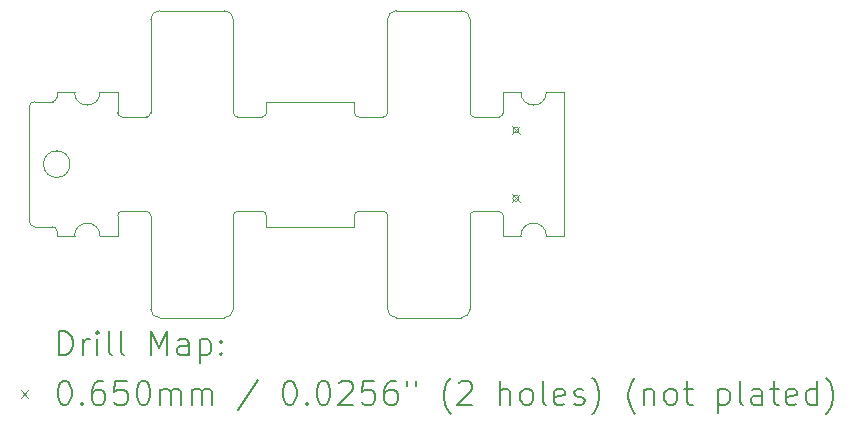
<source format=gbr>
%TF.GenerationSoftware,KiCad,Pcbnew,7.0.6*%
%TF.CreationDate,2023-09-06T22:26:21-07:00*%
%TF.ProjectId,GCP-2,4743502d-322e-46b6-9963-61645f706362,rev?*%
%TF.SameCoordinates,Original*%
%TF.FileFunction,Drillmap*%
%TF.FilePolarity,Positive*%
%FSLAX45Y45*%
G04 Gerber Fmt 4.5, Leading zero omitted, Abs format (unit mm)*
G04 Created by KiCad (PCBNEW 7.0.6) date 2023-09-06 22:26:21*
%MOMM*%
%LPD*%
G01*
G04 APERTURE LIST*
%ADD10C,0.100000*%
%ADD11C,0.200000*%
%ADD12C,0.065000*%
G04 APERTURE END LIST*
D10*
X22111878Y-14076559D02*
X22111878Y-15292100D01*
X19236900Y-15984330D02*
G75*
G03*
X19311900Y-15909329I0J75000D01*
G01*
X21561478Y-14284328D02*
G75*
G03*
X21596478Y-14249329I2J34998D01*
G01*
X18182111Y-15292100D02*
G75*
G03*
X17967111Y-15292100I-107500J0D01*
G01*
X20337321Y-14249329D02*
G75*
G03*
X20372322Y-14284329I35000J-1D01*
G01*
X17631900Y-14154060D02*
G75*
G03*
X17581900Y-14204059I0J-50000D01*
G01*
X20372322Y-15084332D02*
G75*
G03*
X20337322Y-15119329I-2J-34998D01*
G01*
X17781900Y-14154059D02*
X17631900Y-14154059D01*
X21316900Y-13459329D02*
X21316900Y-14249329D01*
X21241900Y-15984330D02*
G75*
G03*
X21316900Y-15909329I0J75000D01*
G01*
X18367322Y-15084332D02*
G75*
G03*
X18332322Y-15119329I-2J-34998D01*
G01*
X18576900Y-14284330D02*
G75*
G03*
X18611900Y-14249329I0J35000D01*
G01*
X17816900Y-15249600D02*
G75*
G03*
X17781900Y-15214600I-35000J0D01*
G01*
X20616901Y-15909329D02*
G75*
G03*
X20691900Y-15984329I75000J-1D01*
G01*
X18686900Y-13384329D02*
X19236900Y-13384329D01*
X21746683Y-14076559D02*
G75*
G03*
X21961683Y-14076559I107500J0D01*
G01*
X17816900Y-14119059D02*
X17816900Y-14076559D01*
X19236900Y-15984329D02*
X18686900Y-15984329D01*
X18611900Y-15909329D02*
X18611900Y-15119329D01*
X19311901Y-14249329D02*
G75*
G03*
X19346900Y-14284329I35000J-1D01*
G01*
X21961683Y-14076559D02*
X22111878Y-14076559D01*
X20581900Y-15084329D02*
X20372322Y-15084329D01*
X21316900Y-15119329D02*
X21316900Y-15909329D01*
X18332322Y-15119329D02*
X18332322Y-15292100D01*
X18576900Y-15084329D02*
X18367322Y-15084329D01*
X19591478Y-15214600D02*
X20337322Y-15214600D01*
X20616900Y-15909329D02*
X20616900Y-15119329D01*
X18367322Y-14284329D02*
X18576900Y-14284329D01*
X17816900Y-15249600D02*
X17816900Y-15292100D01*
X18332321Y-14249329D02*
G75*
G03*
X18367322Y-14284329I35000J-1D01*
G01*
X18611901Y-15909329D02*
G75*
G03*
X18686900Y-15984329I75000J-1D01*
G01*
X21596481Y-15119329D02*
G75*
G03*
X21561478Y-15084329I-35001J-1D01*
G01*
X19591478Y-14249329D02*
X19591478Y-14154059D01*
X17781900Y-15214600D02*
X17631900Y-15214600D01*
X21596478Y-14249329D02*
X21596478Y-14076559D01*
X19591478Y-15214600D02*
X19591478Y-15119329D01*
X21351900Y-14284329D02*
X21561478Y-14284329D01*
X21746689Y-15292100D02*
X21596478Y-15292100D01*
X17967111Y-14076559D02*
G75*
G03*
X18182111Y-14076559I107500J0D01*
G01*
X20337322Y-15119329D02*
X20337322Y-15214600D01*
X17967111Y-15292100D02*
X17816900Y-15292100D01*
X21351900Y-15084330D02*
G75*
G03*
X21316900Y-15119329I0J-35000D01*
G01*
X20691900Y-13384329D02*
X21241900Y-13384329D01*
X17781900Y-14154060D02*
G75*
G03*
X17816900Y-14119059I0J35000D01*
G01*
X21316901Y-14249329D02*
G75*
G03*
X21351900Y-14284329I35000J-1D01*
G01*
X21561478Y-15084329D02*
X21351900Y-15084329D01*
X19346900Y-14284329D02*
X19556478Y-14284329D01*
X19311900Y-15119329D02*
X19311900Y-15909329D01*
X18611900Y-14249329D02*
X18611900Y-13459329D01*
X18182111Y-15292100D02*
X18332322Y-15292100D01*
X20616901Y-15119329D02*
G75*
G03*
X20581900Y-15084329I-35001J-1D01*
G01*
X17581900Y-15164600D02*
G75*
G03*
X17631900Y-15214600I50000J0D01*
G01*
X21961689Y-15292100D02*
G75*
G03*
X21746689Y-15292100I-107500J0D01*
G01*
X21316901Y-13459329D02*
G75*
G03*
X21241900Y-13384329I-75001J-1D01*
G01*
X20616900Y-14249329D02*
X20616900Y-13459329D01*
X19556478Y-14284328D02*
G75*
G03*
X19591478Y-14249329I2J34998D01*
G01*
X19591481Y-15119329D02*
G75*
G03*
X19556478Y-15084329I-35001J-1D01*
G01*
X19346900Y-15084330D02*
G75*
G03*
X19311900Y-15119329I0J-35000D01*
G01*
X19311901Y-13459329D02*
G75*
G03*
X19236900Y-13384329I-75001J-1D01*
G01*
X18686900Y-13384330D02*
G75*
G03*
X18611900Y-13459329I0J-75000D01*
G01*
X21728878Y-14395329D02*
G75*
G03*
X21728878Y-14395329I-25000J0D01*
G01*
X18182111Y-14076559D02*
X18332322Y-14076559D01*
X20337322Y-14154059D02*
X20337322Y-14249329D01*
X20581900Y-14284330D02*
G75*
G03*
X20616900Y-14249329I0J35000D01*
G01*
X18332322Y-14076559D02*
X18332322Y-14249329D01*
X20372322Y-14284329D02*
X20581900Y-14284329D01*
X21961689Y-15292100D02*
X22111878Y-15292100D01*
X18611901Y-15119329D02*
G75*
G03*
X18576900Y-15084329I-35001J-1D01*
G01*
X20691900Y-13384330D02*
G75*
G03*
X20616900Y-13459329I0J-75000D01*
G01*
X17581900Y-14204059D02*
X17581900Y-15164600D01*
X21596478Y-15292100D02*
X21596478Y-15119329D01*
X17967111Y-14076559D02*
X17816900Y-14076559D01*
X19556478Y-15084329D02*
X19346900Y-15084329D01*
X21728878Y-14973329D02*
G75*
G03*
X21728878Y-14973329I-25000J0D01*
G01*
X20337322Y-14154059D02*
X19591478Y-14154059D01*
X19311900Y-13459329D02*
X19311900Y-14249329D01*
X17929400Y-14684329D02*
G75*
G03*
X17929400Y-14684329I-112500J0D01*
G01*
X21746683Y-14076559D02*
X21596478Y-14076559D01*
X21241900Y-15984329D02*
X20691900Y-15984329D01*
D11*
D12*
X21670119Y-14361595D02*
X21735119Y-14426595D01*
X21735119Y-14361595D02*
X21670119Y-14426595D01*
X21670119Y-14939595D02*
X21735119Y-15004595D01*
X21735119Y-14939595D02*
X21670119Y-15004595D01*
D11*
X17837677Y-16300813D02*
X17837677Y-16100813D01*
X17837677Y-16100813D02*
X17885296Y-16100813D01*
X17885296Y-16100813D02*
X17913867Y-16110337D01*
X17913867Y-16110337D02*
X17932915Y-16129385D01*
X17932915Y-16129385D02*
X17942439Y-16148432D01*
X17942439Y-16148432D02*
X17951963Y-16186527D01*
X17951963Y-16186527D02*
X17951963Y-16215099D01*
X17951963Y-16215099D02*
X17942439Y-16253194D01*
X17942439Y-16253194D02*
X17932915Y-16272242D01*
X17932915Y-16272242D02*
X17913867Y-16291289D01*
X17913867Y-16291289D02*
X17885296Y-16300813D01*
X17885296Y-16300813D02*
X17837677Y-16300813D01*
X18037677Y-16300813D02*
X18037677Y-16167480D01*
X18037677Y-16205575D02*
X18047201Y-16186527D01*
X18047201Y-16186527D02*
X18056724Y-16177004D01*
X18056724Y-16177004D02*
X18075772Y-16167480D01*
X18075772Y-16167480D02*
X18094820Y-16167480D01*
X18161486Y-16300813D02*
X18161486Y-16167480D01*
X18161486Y-16100813D02*
X18151963Y-16110337D01*
X18151963Y-16110337D02*
X18161486Y-16119861D01*
X18161486Y-16119861D02*
X18171010Y-16110337D01*
X18171010Y-16110337D02*
X18161486Y-16100813D01*
X18161486Y-16100813D02*
X18161486Y-16119861D01*
X18285296Y-16300813D02*
X18266248Y-16291289D01*
X18266248Y-16291289D02*
X18256724Y-16272242D01*
X18256724Y-16272242D02*
X18256724Y-16100813D01*
X18390058Y-16300813D02*
X18371010Y-16291289D01*
X18371010Y-16291289D02*
X18361486Y-16272242D01*
X18361486Y-16272242D02*
X18361486Y-16100813D01*
X18618629Y-16300813D02*
X18618629Y-16100813D01*
X18618629Y-16100813D02*
X18685296Y-16243670D01*
X18685296Y-16243670D02*
X18751963Y-16100813D01*
X18751963Y-16100813D02*
X18751963Y-16300813D01*
X18932915Y-16300813D02*
X18932915Y-16196051D01*
X18932915Y-16196051D02*
X18923391Y-16177004D01*
X18923391Y-16177004D02*
X18904344Y-16167480D01*
X18904344Y-16167480D02*
X18866248Y-16167480D01*
X18866248Y-16167480D02*
X18847201Y-16177004D01*
X18932915Y-16291289D02*
X18913867Y-16300813D01*
X18913867Y-16300813D02*
X18866248Y-16300813D01*
X18866248Y-16300813D02*
X18847201Y-16291289D01*
X18847201Y-16291289D02*
X18837677Y-16272242D01*
X18837677Y-16272242D02*
X18837677Y-16253194D01*
X18837677Y-16253194D02*
X18847201Y-16234147D01*
X18847201Y-16234147D02*
X18866248Y-16224623D01*
X18866248Y-16224623D02*
X18913867Y-16224623D01*
X18913867Y-16224623D02*
X18932915Y-16215099D01*
X19028153Y-16167480D02*
X19028153Y-16367480D01*
X19028153Y-16177004D02*
X19047201Y-16167480D01*
X19047201Y-16167480D02*
X19085296Y-16167480D01*
X19085296Y-16167480D02*
X19104344Y-16177004D01*
X19104344Y-16177004D02*
X19113867Y-16186527D01*
X19113867Y-16186527D02*
X19123391Y-16205575D01*
X19123391Y-16205575D02*
X19123391Y-16262718D01*
X19123391Y-16262718D02*
X19113867Y-16281766D01*
X19113867Y-16281766D02*
X19104344Y-16291289D01*
X19104344Y-16291289D02*
X19085296Y-16300813D01*
X19085296Y-16300813D02*
X19047201Y-16300813D01*
X19047201Y-16300813D02*
X19028153Y-16291289D01*
X19209105Y-16281766D02*
X19218629Y-16291289D01*
X19218629Y-16291289D02*
X19209105Y-16300813D01*
X19209105Y-16300813D02*
X19199582Y-16291289D01*
X19199582Y-16291289D02*
X19209105Y-16281766D01*
X19209105Y-16281766D02*
X19209105Y-16300813D01*
X19209105Y-16177004D02*
X19218629Y-16186527D01*
X19218629Y-16186527D02*
X19209105Y-16196051D01*
X19209105Y-16196051D02*
X19199582Y-16186527D01*
X19199582Y-16186527D02*
X19209105Y-16177004D01*
X19209105Y-16177004D02*
X19209105Y-16196051D01*
D12*
X17511900Y-16596829D02*
X17576900Y-16661829D01*
X17576900Y-16596829D02*
X17511900Y-16661829D01*
D11*
X17875772Y-16520813D02*
X17894820Y-16520813D01*
X17894820Y-16520813D02*
X17913867Y-16530337D01*
X17913867Y-16530337D02*
X17923391Y-16539861D01*
X17923391Y-16539861D02*
X17932915Y-16558908D01*
X17932915Y-16558908D02*
X17942439Y-16597004D01*
X17942439Y-16597004D02*
X17942439Y-16644623D01*
X17942439Y-16644623D02*
X17932915Y-16682718D01*
X17932915Y-16682718D02*
X17923391Y-16701766D01*
X17923391Y-16701766D02*
X17913867Y-16711289D01*
X17913867Y-16711289D02*
X17894820Y-16720813D01*
X17894820Y-16720813D02*
X17875772Y-16720813D01*
X17875772Y-16720813D02*
X17856724Y-16711289D01*
X17856724Y-16711289D02*
X17847201Y-16701766D01*
X17847201Y-16701766D02*
X17837677Y-16682718D01*
X17837677Y-16682718D02*
X17828153Y-16644623D01*
X17828153Y-16644623D02*
X17828153Y-16597004D01*
X17828153Y-16597004D02*
X17837677Y-16558908D01*
X17837677Y-16558908D02*
X17847201Y-16539861D01*
X17847201Y-16539861D02*
X17856724Y-16530337D01*
X17856724Y-16530337D02*
X17875772Y-16520813D01*
X18028153Y-16701766D02*
X18037677Y-16711289D01*
X18037677Y-16711289D02*
X18028153Y-16720813D01*
X18028153Y-16720813D02*
X18018629Y-16711289D01*
X18018629Y-16711289D02*
X18028153Y-16701766D01*
X18028153Y-16701766D02*
X18028153Y-16720813D01*
X18209105Y-16520813D02*
X18171010Y-16520813D01*
X18171010Y-16520813D02*
X18151963Y-16530337D01*
X18151963Y-16530337D02*
X18142439Y-16539861D01*
X18142439Y-16539861D02*
X18123391Y-16568432D01*
X18123391Y-16568432D02*
X18113867Y-16606527D01*
X18113867Y-16606527D02*
X18113867Y-16682718D01*
X18113867Y-16682718D02*
X18123391Y-16701766D01*
X18123391Y-16701766D02*
X18132915Y-16711289D01*
X18132915Y-16711289D02*
X18151963Y-16720813D01*
X18151963Y-16720813D02*
X18190058Y-16720813D01*
X18190058Y-16720813D02*
X18209105Y-16711289D01*
X18209105Y-16711289D02*
X18218629Y-16701766D01*
X18218629Y-16701766D02*
X18228153Y-16682718D01*
X18228153Y-16682718D02*
X18228153Y-16635099D01*
X18228153Y-16635099D02*
X18218629Y-16616051D01*
X18218629Y-16616051D02*
X18209105Y-16606527D01*
X18209105Y-16606527D02*
X18190058Y-16597004D01*
X18190058Y-16597004D02*
X18151963Y-16597004D01*
X18151963Y-16597004D02*
X18132915Y-16606527D01*
X18132915Y-16606527D02*
X18123391Y-16616051D01*
X18123391Y-16616051D02*
X18113867Y-16635099D01*
X18409105Y-16520813D02*
X18313867Y-16520813D01*
X18313867Y-16520813D02*
X18304344Y-16616051D01*
X18304344Y-16616051D02*
X18313867Y-16606527D01*
X18313867Y-16606527D02*
X18332915Y-16597004D01*
X18332915Y-16597004D02*
X18380534Y-16597004D01*
X18380534Y-16597004D02*
X18399582Y-16606527D01*
X18399582Y-16606527D02*
X18409105Y-16616051D01*
X18409105Y-16616051D02*
X18418629Y-16635099D01*
X18418629Y-16635099D02*
X18418629Y-16682718D01*
X18418629Y-16682718D02*
X18409105Y-16701766D01*
X18409105Y-16701766D02*
X18399582Y-16711289D01*
X18399582Y-16711289D02*
X18380534Y-16720813D01*
X18380534Y-16720813D02*
X18332915Y-16720813D01*
X18332915Y-16720813D02*
X18313867Y-16711289D01*
X18313867Y-16711289D02*
X18304344Y-16701766D01*
X18542439Y-16520813D02*
X18561486Y-16520813D01*
X18561486Y-16520813D02*
X18580534Y-16530337D01*
X18580534Y-16530337D02*
X18590058Y-16539861D01*
X18590058Y-16539861D02*
X18599582Y-16558908D01*
X18599582Y-16558908D02*
X18609105Y-16597004D01*
X18609105Y-16597004D02*
X18609105Y-16644623D01*
X18609105Y-16644623D02*
X18599582Y-16682718D01*
X18599582Y-16682718D02*
X18590058Y-16701766D01*
X18590058Y-16701766D02*
X18580534Y-16711289D01*
X18580534Y-16711289D02*
X18561486Y-16720813D01*
X18561486Y-16720813D02*
X18542439Y-16720813D01*
X18542439Y-16720813D02*
X18523391Y-16711289D01*
X18523391Y-16711289D02*
X18513867Y-16701766D01*
X18513867Y-16701766D02*
X18504344Y-16682718D01*
X18504344Y-16682718D02*
X18494820Y-16644623D01*
X18494820Y-16644623D02*
X18494820Y-16597004D01*
X18494820Y-16597004D02*
X18504344Y-16558908D01*
X18504344Y-16558908D02*
X18513867Y-16539861D01*
X18513867Y-16539861D02*
X18523391Y-16530337D01*
X18523391Y-16530337D02*
X18542439Y-16520813D01*
X18694820Y-16720813D02*
X18694820Y-16587480D01*
X18694820Y-16606527D02*
X18704344Y-16597004D01*
X18704344Y-16597004D02*
X18723391Y-16587480D01*
X18723391Y-16587480D02*
X18751963Y-16587480D01*
X18751963Y-16587480D02*
X18771010Y-16597004D01*
X18771010Y-16597004D02*
X18780534Y-16616051D01*
X18780534Y-16616051D02*
X18780534Y-16720813D01*
X18780534Y-16616051D02*
X18790058Y-16597004D01*
X18790058Y-16597004D02*
X18809105Y-16587480D01*
X18809105Y-16587480D02*
X18837677Y-16587480D01*
X18837677Y-16587480D02*
X18856725Y-16597004D01*
X18856725Y-16597004D02*
X18866248Y-16616051D01*
X18866248Y-16616051D02*
X18866248Y-16720813D01*
X18961486Y-16720813D02*
X18961486Y-16587480D01*
X18961486Y-16606527D02*
X18971010Y-16597004D01*
X18971010Y-16597004D02*
X18990058Y-16587480D01*
X18990058Y-16587480D02*
X19018629Y-16587480D01*
X19018629Y-16587480D02*
X19037677Y-16597004D01*
X19037677Y-16597004D02*
X19047201Y-16616051D01*
X19047201Y-16616051D02*
X19047201Y-16720813D01*
X19047201Y-16616051D02*
X19056725Y-16597004D01*
X19056725Y-16597004D02*
X19075772Y-16587480D01*
X19075772Y-16587480D02*
X19104344Y-16587480D01*
X19104344Y-16587480D02*
X19123391Y-16597004D01*
X19123391Y-16597004D02*
X19132915Y-16616051D01*
X19132915Y-16616051D02*
X19132915Y-16720813D01*
X19523391Y-16511289D02*
X19351963Y-16768432D01*
X19780534Y-16520813D02*
X19799582Y-16520813D01*
X19799582Y-16520813D02*
X19818629Y-16530337D01*
X19818629Y-16530337D02*
X19828153Y-16539861D01*
X19828153Y-16539861D02*
X19837677Y-16558908D01*
X19837677Y-16558908D02*
X19847201Y-16597004D01*
X19847201Y-16597004D02*
X19847201Y-16644623D01*
X19847201Y-16644623D02*
X19837677Y-16682718D01*
X19837677Y-16682718D02*
X19828153Y-16701766D01*
X19828153Y-16701766D02*
X19818629Y-16711289D01*
X19818629Y-16711289D02*
X19799582Y-16720813D01*
X19799582Y-16720813D02*
X19780534Y-16720813D01*
X19780534Y-16720813D02*
X19761487Y-16711289D01*
X19761487Y-16711289D02*
X19751963Y-16701766D01*
X19751963Y-16701766D02*
X19742439Y-16682718D01*
X19742439Y-16682718D02*
X19732915Y-16644623D01*
X19732915Y-16644623D02*
X19732915Y-16597004D01*
X19732915Y-16597004D02*
X19742439Y-16558908D01*
X19742439Y-16558908D02*
X19751963Y-16539861D01*
X19751963Y-16539861D02*
X19761487Y-16530337D01*
X19761487Y-16530337D02*
X19780534Y-16520813D01*
X19932915Y-16701766D02*
X19942439Y-16711289D01*
X19942439Y-16711289D02*
X19932915Y-16720813D01*
X19932915Y-16720813D02*
X19923391Y-16711289D01*
X19923391Y-16711289D02*
X19932915Y-16701766D01*
X19932915Y-16701766D02*
X19932915Y-16720813D01*
X20066248Y-16520813D02*
X20085296Y-16520813D01*
X20085296Y-16520813D02*
X20104344Y-16530337D01*
X20104344Y-16530337D02*
X20113868Y-16539861D01*
X20113868Y-16539861D02*
X20123391Y-16558908D01*
X20123391Y-16558908D02*
X20132915Y-16597004D01*
X20132915Y-16597004D02*
X20132915Y-16644623D01*
X20132915Y-16644623D02*
X20123391Y-16682718D01*
X20123391Y-16682718D02*
X20113868Y-16701766D01*
X20113868Y-16701766D02*
X20104344Y-16711289D01*
X20104344Y-16711289D02*
X20085296Y-16720813D01*
X20085296Y-16720813D02*
X20066248Y-16720813D01*
X20066248Y-16720813D02*
X20047201Y-16711289D01*
X20047201Y-16711289D02*
X20037677Y-16701766D01*
X20037677Y-16701766D02*
X20028153Y-16682718D01*
X20028153Y-16682718D02*
X20018629Y-16644623D01*
X20018629Y-16644623D02*
X20018629Y-16597004D01*
X20018629Y-16597004D02*
X20028153Y-16558908D01*
X20028153Y-16558908D02*
X20037677Y-16539861D01*
X20037677Y-16539861D02*
X20047201Y-16530337D01*
X20047201Y-16530337D02*
X20066248Y-16520813D01*
X20209106Y-16539861D02*
X20218629Y-16530337D01*
X20218629Y-16530337D02*
X20237677Y-16520813D01*
X20237677Y-16520813D02*
X20285296Y-16520813D01*
X20285296Y-16520813D02*
X20304344Y-16530337D01*
X20304344Y-16530337D02*
X20313868Y-16539861D01*
X20313868Y-16539861D02*
X20323391Y-16558908D01*
X20323391Y-16558908D02*
X20323391Y-16577956D01*
X20323391Y-16577956D02*
X20313868Y-16606527D01*
X20313868Y-16606527D02*
X20199582Y-16720813D01*
X20199582Y-16720813D02*
X20323391Y-16720813D01*
X20504344Y-16520813D02*
X20409106Y-16520813D01*
X20409106Y-16520813D02*
X20399582Y-16616051D01*
X20399582Y-16616051D02*
X20409106Y-16606527D01*
X20409106Y-16606527D02*
X20428153Y-16597004D01*
X20428153Y-16597004D02*
X20475772Y-16597004D01*
X20475772Y-16597004D02*
X20494820Y-16606527D01*
X20494820Y-16606527D02*
X20504344Y-16616051D01*
X20504344Y-16616051D02*
X20513868Y-16635099D01*
X20513868Y-16635099D02*
X20513868Y-16682718D01*
X20513868Y-16682718D02*
X20504344Y-16701766D01*
X20504344Y-16701766D02*
X20494820Y-16711289D01*
X20494820Y-16711289D02*
X20475772Y-16720813D01*
X20475772Y-16720813D02*
X20428153Y-16720813D01*
X20428153Y-16720813D02*
X20409106Y-16711289D01*
X20409106Y-16711289D02*
X20399582Y-16701766D01*
X20685296Y-16520813D02*
X20647201Y-16520813D01*
X20647201Y-16520813D02*
X20628153Y-16530337D01*
X20628153Y-16530337D02*
X20618629Y-16539861D01*
X20618629Y-16539861D02*
X20599582Y-16568432D01*
X20599582Y-16568432D02*
X20590058Y-16606527D01*
X20590058Y-16606527D02*
X20590058Y-16682718D01*
X20590058Y-16682718D02*
X20599582Y-16701766D01*
X20599582Y-16701766D02*
X20609106Y-16711289D01*
X20609106Y-16711289D02*
X20628153Y-16720813D01*
X20628153Y-16720813D02*
X20666249Y-16720813D01*
X20666249Y-16720813D02*
X20685296Y-16711289D01*
X20685296Y-16711289D02*
X20694820Y-16701766D01*
X20694820Y-16701766D02*
X20704344Y-16682718D01*
X20704344Y-16682718D02*
X20704344Y-16635099D01*
X20704344Y-16635099D02*
X20694820Y-16616051D01*
X20694820Y-16616051D02*
X20685296Y-16606527D01*
X20685296Y-16606527D02*
X20666249Y-16597004D01*
X20666249Y-16597004D02*
X20628153Y-16597004D01*
X20628153Y-16597004D02*
X20609106Y-16606527D01*
X20609106Y-16606527D02*
X20599582Y-16616051D01*
X20599582Y-16616051D02*
X20590058Y-16635099D01*
X20780534Y-16520813D02*
X20780534Y-16558908D01*
X20856725Y-16520813D02*
X20856725Y-16558908D01*
X21151963Y-16797004D02*
X21142439Y-16787480D01*
X21142439Y-16787480D02*
X21123391Y-16758908D01*
X21123391Y-16758908D02*
X21113868Y-16739861D01*
X21113868Y-16739861D02*
X21104344Y-16711289D01*
X21104344Y-16711289D02*
X21094820Y-16663670D01*
X21094820Y-16663670D02*
X21094820Y-16625575D01*
X21094820Y-16625575D02*
X21104344Y-16577956D01*
X21104344Y-16577956D02*
X21113868Y-16549385D01*
X21113868Y-16549385D02*
X21123391Y-16530337D01*
X21123391Y-16530337D02*
X21142439Y-16501766D01*
X21142439Y-16501766D02*
X21151963Y-16492242D01*
X21218630Y-16539861D02*
X21228153Y-16530337D01*
X21228153Y-16530337D02*
X21247201Y-16520813D01*
X21247201Y-16520813D02*
X21294820Y-16520813D01*
X21294820Y-16520813D02*
X21313868Y-16530337D01*
X21313868Y-16530337D02*
X21323391Y-16539861D01*
X21323391Y-16539861D02*
X21332915Y-16558908D01*
X21332915Y-16558908D02*
X21332915Y-16577956D01*
X21332915Y-16577956D02*
X21323391Y-16606527D01*
X21323391Y-16606527D02*
X21209106Y-16720813D01*
X21209106Y-16720813D02*
X21332915Y-16720813D01*
X21571011Y-16720813D02*
X21571011Y-16520813D01*
X21656725Y-16720813D02*
X21656725Y-16616051D01*
X21656725Y-16616051D02*
X21647201Y-16597004D01*
X21647201Y-16597004D02*
X21628153Y-16587480D01*
X21628153Y-16587480D02*
X21599582Y-16587480D01*
X21599582Y-16587480D02*
X21580534Y-16597004D01*
X21580534Y-16597004D02*
X21571011Y-16606527D01*
X21780534Y-16720813D02*
X21761487Y-16711289D01*
X21761487Y-16711289D02*
X21751963Y-16701766D01*
X21751963Y-16701766D02*
X21742439Y-16682718D01*
X21742439Y-16682718D02*
X21742439Y-16625575D01*
X21742439Y-16625575D02*
X21751963Y-16606527D01*
X21751963Y-16606527D02*
X21761487Y-16597004D01*
X21761487Y-16597004D02*
X21780534Y-16587480D01*
X21780534Y-16587480D02*
X21809106Y-16587480D01*
X21809106Y-16587480D02*
X21828153Y-16597004D01*
X21828153Y-16597004D02*
X21837677Y-16606527D01*
X21837677Y-16606527D02*
X21847201Y-16625575D01*
X21847201Y-16625575D02*
X21847201Y-16682718D01*
X21847201Y-16682718D02*
X21837677Y-16701766D01*
X21837677Y-16701766D02*
X21828153Y-16711289D01*
X21828153Y-16711289D02*
X21809106Y-16720813D01*
X21809106Y-16720813D02*
X21780534Y-16720813D01*
X21961487Y-16720813D02*
X21942439Y-16711289D01*
X21942439Y-16711289D02*
X21932915Y-16692242D01*
X21932915Y-16692242D02*
X21932915Y-16520813D01*
X22113868Y-16711289D02*
X22094820Y-16720813D01*
X22094820Y-16720813D02*
X22056725Y-16720813D01*
X22056725Y-16720813D02*
X22037677Y-16711289D01*
X22037677Y-16711289D02*
X22028153Y-16692242D01*
X22028153Y-16692242D02*
X22028153Y-16616051D01*
X22028153Y-16616051D02*
X22037677Y-16597004D01*
X22037677Y-16597004D02*
X22056725Y-16587480D01*
X22056725Y-16587480D02*
X22094820Y-16587480D01*
X22094820Y-16587480D02*
X22113868Y-16597004D01*
X22113868Y-16597004D02*
X22123392Y-16616051D01*
X22123392Y-16616051D02*
X22123392Y-16635099D01*
X22123392Y-16635099D02*
X22028153Y-16654147D01*
X22199582Y-16711289D02*
X22218630Y-16720813D01*
X22218630Y-16720813D02*
X22256725Y-16720813D01*
X22256725Y-16720813D02*
X22275773Y-16711289D01*
X22275773Y-16711289D02*
X22285296Y-16692242D01*
X22285296Y-16692242D02*
X22285296Y-16682718D01*
X22285296Y-16682718D02*
X22275773Y-16663670D01*
X22275773Y-16663670D02*
X22256725Y-16654147D01*
X22256725Y-16654147D02*
X22228153Y-16654147D01*
X22228153Y-16654147D02*
X22209106Y-16644623D01*
X22209106Y-16644623D02*
X22199582Y-16625575D01*
X22199582Y-16625575D02*
X22199582Y-16616051D01*
X22199582Y-16616051D02*
X22209106Y-16597004D01*
X22209106Y-16597004D02*
X22228153Y-16587480D01*
X22228153Y-16587480D02*
X22256725Y-16587480D01*
X22256725Y-16587480D02*
X22275773Y-16597004D01*
X22351963Y-16797004D02*
X22361487Y-16787480D01*
X22361487Y-16787480D02*
X22380534Y-16758908D01*
X22380534Y-16758908D02*
X22390058Y-16739861D01*
X22390058Y-16739861D02*
X22399582Y-16711289D01*
X22399582Y-16711289D02*
X22409106Y-16663670D01*
X22409106Y-16663670D02*
X22409106Y-16625575D01*
X22409106Y-16625575D02*
X22399582Y-16577956D01*
X22399582Y-16577956D02*
X22390058Y-16549385D01*
X22390058Y-16549385D02*
X22380534Y-16530337D01*
X22380534Y-16530337D02*
X22361487Y-16501766D01*
X22361487Y-16501766D02*
X22351963Y-16492242D01*
X22713868Y-16797004D02*
X22704344Y-16787480D01*
X22704344Y-16787480D02*
X22685296Y-16758908D01*
X22685296Y-16758908D02*
X22675772Y-16739861D01*
X22675772Y-16739861D02*
X22666249Y-16711289D01*
X22666249Y-16711289D02*
X22656725Y-16663670D01*
X22656725Y-16663670D02*
X22656725Y-16625575D01*
X22656725Y-16625575D02*
X22666249Y-16577956D01*
X22666249Y-16577956D02*
X22675772Y-16549385D01*
X22675772Y-16549385D02*
X22685296Y-16530337D01*
X22685296Y-16530337D02*
X22704344Y-16501766D01*
X22704344Y-16501766D02*
X22713868Y-16492242D01*
X22790058Y-16587480D02*
X22790058Y-16720813D01*
X22790058Y-16606527D02*
X22799582Y-16597004D01*
X22799582Y-16597004D02*
X22818630Y-16587480D01*
X22818630Y-16587480D02*
X22847201Y-16587480D01*
X22847201Y-16587480D02*
X22866249Y-16597004D01*
X22866249Y-16597004D02*
X22875772Y-16616051D01*
X22875772Y-16616051D02*
X22875772Y-16720813D01*
X22999582Y-16720813D02*
X22980534Y-16711289D01*
X22980534Y-16711289D02*
X22971011Y-16701766D01*
X22971011Y-16701766D02*
X22961487Y-16682718D01*
X22961487Y-16682718D02*
X22961487Y-16625575D01*
X22961487Y-16625575D02*
X22971011Y-16606527D01*
X22971011Y-16606527D02*
X22980534Y-16597004D01*
X22980534Y-16597004D02*
X22999582Y-16587480D01*
X22999582Y-16587480D02*
X23028153Y-16587480D01*
X23028153Y-16587480D02*
X23047201Y-16597004D01*
X23047201Y-16597004D02*
X23056725Y-16606527D01*
X23056725Y-16606527D02*
X23066249Y-16625575D01*
X23066249Y-16625575D02*
X23066249Y-16682718D01*
X23066249Y-16682718D02*
X23056725Y-16701766D01*
X23056725Y-16701766D02*
X23047201Y-16711289D01*
X23047201Y-16711289D02*
X23028153Y-16720813D01*
X23028153Y-16720813D02*
X22999582Y-16720813D01*
X23123392Y-16587480D02*
X23199582Y-16587480D01*
X23151963Y-16520813D02*
X23151963Y-16692242D01*
X23151963Y-16692242D02*
X23161487Y-16711289D01*
X23161487Y-16711289D02*
X23180534Y-16720813D01*
X23180534Y-16720813D02*
X23199582Y-16720813D01*
X23418630Y-16587480D02*
X23418630Y-16787480D01*
X23418630Y-16597004D02*
X23437677Y-16587480D01*
X23437677Y-16587480D02*
X23475773Y-16587480D01*
X23475773Y-16587480D02*
X23494820Y-16597004D01*
X23494820Y-16597004D02*
X23504344Y-16606527D01*
X23504344Y-16606527D02*
X23513868Y-16625575D01*
X23513868Y-16625575D02*
X23513868Y-16682718D01*
X23513868Y-16682718D02*
X23504344Y-16701766D01*
X23504344Y-16701766D02*
X23494820Y-16711289D01*
X23494820Y-16711289D02*
X23475773Y-16720813D01*
X23475773Y-16720813D02*
X23437677Y-16720813D01*
X23437677Y-16720813D02*
X23418630Y-16711289D01*
X23628153Y-16720813D02*
X23609106Y-16711289D01*
X23609106Y-16711289D02*
X23599582Y-16692242D01*
X23599582Y-16692242D02*
X23599582Y-16520813D01*
X23790058Y-16720813D02*
X23790058Y-16616051D01*
X23790058Y-16616051D02*
X23780534Y-16597004D01*
X23780534Y-16597004D02*
X23761487Y-16587480D01*
X23761487Y-16587480D02*
X23723392Y-16587480D01*
X23723392Y-16587480D02*
X23704344Y-16597004D01*
X23790058Y-16711289D02*
X23771011Y-16720813D01*
X23771011Y-16720813D02*
X23723392Y-16720813D01*
X23723392Y-16720813D02*
X23704344Y-16711289D01*
X23704344Y-16711289D02*
X23694820Y-16692242D01*
X23694820Y-16692242D02*
X23694820Y-16673194D01*
X23694820Y-16673194D02*
X23704344Y-16654147D01*
X23704344Y-16654147D02*
X23723392Y-16644623D01*
X23723392Y-16644623D02*
X23771011Y-16644623D01*
X23771011Y-16644623D02*
X23790058Y-16635099D01*
X23856725Y-16587480D02*
X23932915Y-16587480D01*
X23885296Y-16520813D02*
X23885296Y-16692242D01*
X23885296Y-16692242D02*
X23894820Y-16711289D01*
X23894820Y-16711289D02*
X23913868Y-16720813D01*
X23913868Y-16720813D02*
X23932915Y-16720813D01*
X24075773Y-16711289D02*
X24056725Y-16720813D01*
X24056725Y-16720813D02*
X24018630Y-16720813D01*
X24018630Y-16720813D02*
X23999582Y-16711289D01*
X23999582Y-16711289D02*
X23990058Y-16692242D01*
X23990058Y-16692242D02*
X23990058Y-16616051D01*
X23990058Y-16616051D02*
X23999582Y-16597004D01*
X23999582Y-16597004D02*
X24018630Y-16587480D01*
X24018630Y-16587480D02*
X24056725Y-16587480D01*
X24056725Y-16587480D02*
X24075773Y-16597004D01*
X24075773Y-16597004D02*
X24085296Y-16616051D01*
X24085296Y-16616051D02*
X24085296Y-16635099D01*
X24085296Y-16635099D02*
X23990058Y-16654147D01*
X24256725Y-16720813D02*
X24256725Y-16520813D01*
X24256725Y-16711289D02*
X24237677Y-16720813D01*
X24237677Y-16720813D02*
X24199582Y-16720813D01*
X24199582Y-16720813D02*
X24180534Y-16711289D01*
X24180534Y-16711289D02*
X24171011Y-16701766D01*
X24171011Y-16701766D02*
X24161487Y-16682718D01*
X24161487Y-16682718D02*
X24161487Y-16625575D01*
X24161487Y-16625575D02*
X24171011Y-16606527D01*
X24171011Y-16606527D02*
X24180534Y-16597004D01*
X24180534Y-16597004D02*
X24199582Y-16587480D01*
X24199582Y-16587480D02*
X24237677Y-16587480D01*
X24237677Y-16587480D02*
X24256725Y-16597004D01*
X24332915Y-16797004D02*
X24342439Y-16787480D01*
X24342439Y-16787480D02*
X24361487Y-16758908D01*
X24361487Y-16758908D02*
X24371011Y-16739861D01*
X24371011Y-16739861D02*
X24380534Y-16711289D01*
X24380534Y-16711289D02*
X24390058Y-16663670D01*
X24390058Y-16663670D02*
X24390058Y-16625575D01*
X24390058Y-16625575D02*
X24380534Y-16577956D01*
X24380534Y-16577956D02*
X24371011Y-16549385D01*
X24371011Y-16549385D02*
X24361487Y-16530337D01*
X24361487Y-16530337D02*
X24342439Y-16501766D01*
X24342439Y-16501766D02*
X24332915Y-16492242D01*
M02*

</source>
